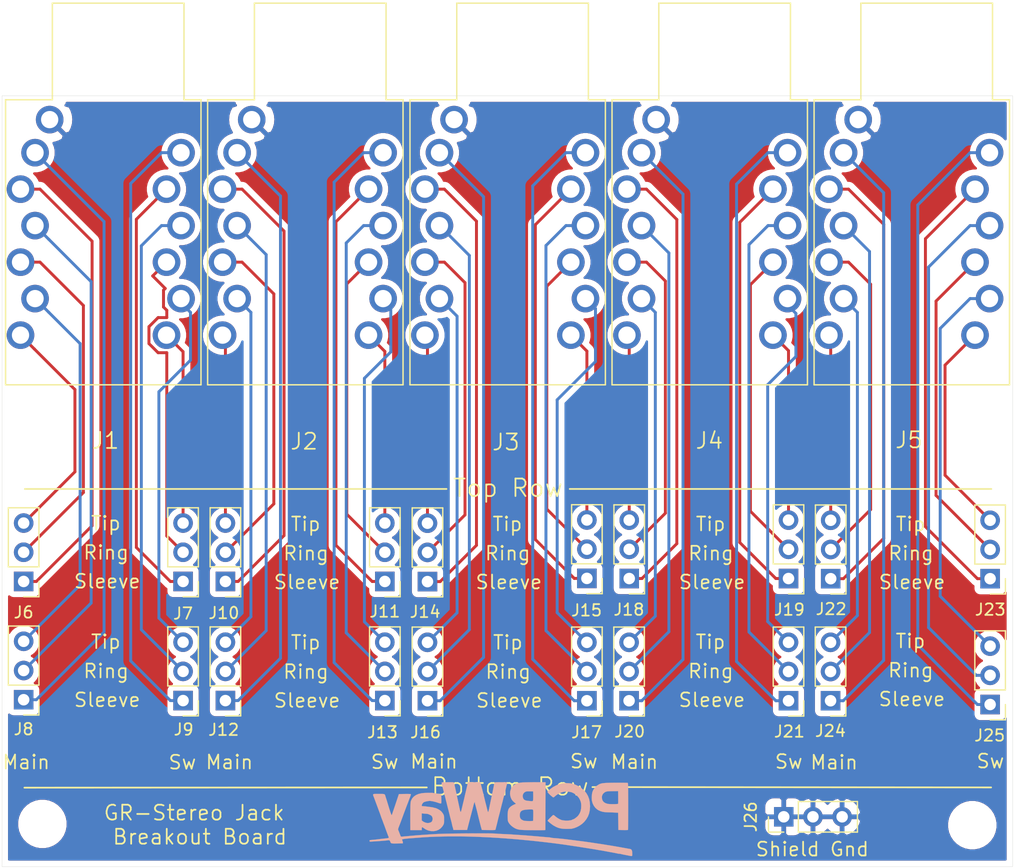
<source format=kicad_pcb>
(kicad_pcb (version 20171130) (host pcbnew "(5.1.2-1)-1")
  (layers (0 F.Cu signal) (31 B.Cu signal) (34 B.Paste user hide) (35 F.Paste user hide) (36 B.SilkS user) (37 F.SilkS user) (38 B.Mask user) (39 F.Mask user) (44 Edge.Cuts user))
  (net 0 "")
  (net 1 GNDREF)
  (net 2 /Sleeve_Top_1)
  (net 3 /Tip_Top_1)
  (net 4 /Ring_Top_1)
  (net 5 /Sleeve_Sw_Top_1)
  (net 6 /Tip_Sw_Top_1)
  (net 7 /Ring_Sw_Top_1)
  (net 8 /Tip_Bot_1)
  (net 9 /Ring_Bot_1)
  (net 10 /Sleeve_Bot_1)
  (net 11 /Tip_Sw_Bot_1)
  (net 12 /Ring_Sw_Bot_1)
  (net 13 /Sleeve_Sw_Bot_1)
  (net 14 /Sleeve_Sw_Bot_2)
  (net 15 /Ring_Sw_Bot_2)
  (net 16 /Tip_Sw_Bot_2)
  (net 17 /Sleeve_Bot_2)
  (net 18 /Ring_Bot_2)
  (net 19 /Tip_Bot_2)
  (net 20 /Ring_Sw_Top_2)
  (net 21 /Tip_Sw_Top_2)
  (net 22 /Sleeve_Sw_Top_2)
  (net 23 /Ring_Top_2)
  (net 24 /Tip_Top_2)
  (net 25 /Sleeve_Top_2)
  (net 26 /Sleeve_Top_3)
  (net 27 /Tip_Top_3)
  (net 28 /Ring_Top_3)
  (net 29 /Sleeve_Sw_Top_3)
  (net 30 /Tip_Sw_Top_3)
  (net 31 /Ring_Sw_Top_3)
  (net 32 /Tip_Bot_3)
  (net 33 /Ring_Bot_3)
  (net 34 /Sleeve_Bot_3)
  (net 35 /Tip_Sw_Bot_3)
  (net 36 /Ring_Sw_Bot_3)
  (net 37 /Sleeve_Sw_Bot_3)
  (net 38 /Sleeve_Top_4)
  (net 39 /Tip_Top_4)
  (net 40 /Ring_Top_4)
  (net 41 /Sleeve_Sw_Top_4)
  (net 42 /Tip_Sw_Top_4)
  (net 43 /Ring_Sw_Top_4)
  (net 44 /Tip_Bot_4)
  (net 45 /Ring_Bot_4)
  (net 46 /Sleeve_Bot_4)
  (net 47 /Tip_Sw_Bot_4)
  (net 48 /Ring_Sw_Bot_4)
  (net 49 /Sleeve_Sw_Bot_4)
  (net 50 /Sleeve_Sw_Bot_5)
  (net 51 /Ring_Sw_Bot_5)
  (net 52 /Tip_Sw_Bot_5)
  (net 53 /Sleeve_Bot_5)
  (net 54 /Ring_Bot_5)
  (net 55 /Tip_Bot_5)
  (net 56 /Ring_Sw_Top_5)
  (net 57 /Tip_Sw_Top_5)
  (net 58 /Sleeve_Sw_Top_5)
  (net 59 /Ring_Top_5)
  (net 60 /Tip_Top_5)
  (net 61 /Sleeve_Top_5)
  (module MountingHole:MountingHole_3.2mm_M3 (layer F.Cu) (at 184.4548 74.53376)
    (fp_text reference MH2 hide)
    (fp_text value MountingHole)
    (pad "" np_thru_hole circle (at -0.015 0.597) (size 3.2 3.2) (drill 3.2) (layers *.Cu *.Mask))
  )
  (module MountingHole:MountingHole_3.2mm_M3 (layer F.Cu) (at 185.4858 108.39704)
    (fp_text reference MH3 hide)
    (fp_text value MountingHole)
    (pad "" np_thru_hole circle (at -1.031 0) (size 3.2 3.2) (drill 3.2) (layers *.Cu *.Mask))
  )
  (module MountingHole:MountingHole_3.2mm_M3 (layer F.Cu) (at 104.65188 108.29036)
    (fp_text reference MH4 hide)
    (fp_text value MountingHole)
    (pad "" np_thru_hole circle (at -1.091 0) (size 3.2 3.2) (drill 3.2) (layers *.Cu *.Mask))
  )
  (module "_Custom_Footprints:pcb way logo" (layer B.Cu) (at 143.44396 108.54944 180)
    (fp_text reference G*** hide)
    (fp_text value LOGO hide)
  )
  (module MountingHole:MountingHole_3.2mm_M3 (layer F.Cu) (at 103.6066 75.057)
    (fp_text reference MH1 hide)
    (fp_text value MountingHole)
    (pad "" np_thru_hole circle (at -0.075 0.089) (size 3.2 3.2) (drill 3.2) (layers *.Cu *.Mask))
  )
  (module Phone_Stereo_Stacking_NSJ12HF-1 (layer F.Cu) (at 104.5972 53.1114 90)
    (fp_text reference J1 (at -21.83384 4.45008) (layer F.SilkS) (effects (font (size 1.4 1.4))))
    (fp_text value NSJ12HF-1)
    (pad S_TOP thru_hole circle (at 0.0395 -2.94 270) (size 2.4 2.4) (drill 1.5) (layers *.Cu *.Mask) (net 2 /Sleeve_Top_1))
    (pad T_TOP thru_hole circle (at -12.6605 -2.94 270) (size 2.4 2.4) (drill 1.5) (layers *.Cu *.Mask) (net 3 /Tip_Top_1))
    (pad R_TOP thru_hole circle (at -6.3105 -2.94 270) (size 2.4 2.4) (drill 1.5) (layers *.Cu *.Mask) (net 4 /Ring_Top_1))
    (pad S_SW_TOP thru_hole circle (at 0.0395 9.76 270) (size 2.4 2.4) (drill 1.5) (layers *.Cu *.Mask) (net 5 /Sleeve_Sw_Top_1))
    (pad T_SW_TOP thru_hole circle (at -12.6605 9.76 270) (size 2.4 2.4) (drill 1.5) (layers *.Cu *.Mask) (net 6 /Tip_Sw_Top_1))
    (pad R_SW_TOP thru_hole circle (at -6.3105 9.76 270) (size 2.4 2.4) (drill 1.5) (layers *.Cu *.Mask) (net 7 /Ring_Sw_Top_1))
    (pad T_BOT thru_hole circle (at -9.4805 -1.67375 270) (size 2.4 2.4) (drill 1.5) (layers *.Cu *.Mask) (net 8 /Tip_Bot_1))
    (pad R_BOT thru_hole circle (at -3.1305 -1.67375 270) (size 2.4 2.4) (drill 1.5) (layers *.Cu *.Mask) (net 9 /Ring_Bot_1))
    (pad S_BOT thru_hole circle (at 3.2135 -1.67375 270) (size 2.4 2.4) (drill 1.5) (layers *.Cu *.Mask) (net 10 /Sleeve_Bot_1))
    (pad T_SW_BOT thru_hole circle (at -9.4805 11.026 270) (size 2.4 2.4) (drill 1.5) (layers *.Cu *.Mask) (net 11 /Tip_Sw_Bot_1))
    (pad R_SW_BOT thru_hole circle (at -3.1305 11.026 270) (size 2.4 2.4) (drill 1.5) (layers *.Cu *.Mask) (net 12 /Ring_Sw_Bot_1))
    (pad S_SW_BOT thru_hole circle (at 3.2135 11.026 270) (size 2.4 2.4) (drill 1.5) (layers *.Cu *.Mask) (net 13 /Sleeve_Sw_Bot_1))
    (pad Shield thru_hole circle (at 6.09 -0.40375 270) (size 2.4 2.4) (drill 1.5) (layers *.Cu *.Mask) (net 1 GNDREF))
  )
  (module Phone_Stereo_Stacking_NSJ12HF-1 (layer F.Cu) (at 122.174 53.1114 90)
    (fp_text reference J2 (at -21.90496 4.15544) (layer F.SilkS) (effects (font (size 1.4 1.4))))
    (fp_text value NSJ12HF-1)
    (pad Shield thru_hole circle (at 6.09 -0.40375 270) (size 2.4 2.4) (drill 1.5) (layers *.Cu *.Mask) (net 1 GNDREF))
    (pad S_SW_BOT thru_hole circle (at 3.2135 11.026 270) (size 2.4 2.4) (drill 1.5) (layers *.Cu *.Mask) (net 14 /Sleeve_Sw_Bot_2))
    (pad R_SW_BOT thru_hole circle (at -3.1305 11.026 270) (size 2.4 2.4) (drill 1.5) (layers *.Cu *.Mask) (net 15 /Ring_Sw_Bot_2))
    (pad T_SW_BOT thru_hole circle (at -9.4805 11.026 270) (size 2.4 2.4) (drill 1.5) (layers *.Cu *.Mask) (net 16 /Tip_Sw_Bot_2))
    (pad S_BOT thru_hole circle (at 3.2135 -1.67375 270) (size 2.4 2.4) (drill 1.5) (layers *.Cu *.Mask) (net 17 /Sleeve_Bot_2))
    (pad R_BOT thru_hole circle (at -3.1305 -1.67375 270) (size 2.4 2.4) (drill 1.5) (layers *.Cu *.Mask) (net 18 /Ring_Bot_2))
    (pad T_BOT thru_hole circle (at -9.4805 -1.67375 270) (size 2.4 2.4) (drill 1.5) (layers *.Cu *.Mask) (net 19 /Tip_Bot_2))
    (pad R_SW_TOP thru_hole circle (at -6.3105 9.76 270) (size 2.4 2.4) (drill 1.5) (layers *.Cu *.Mask) (net 20 /Ring_Sw_Top_2))
    (pad T_SW_TOP thru_hole circle (at -12.6605 9.76 270) (size 2.4 2.4) (drill 1.5) (layers *.Cu *.Mask) (net 21 /Tip_Sw_Top_2))
    (pad S_SW_TOP thru_hole circle (at 0.0395 9.76 270) (size 2.4 2.4) (drill 1.5) (layers *.Cu *.Mask) (net 22 /Sleeve_Sw_Top_2))
    (pad R_TOP thru_hole circle (at -6.3105 -2.94 270) (size 2.4 2.4) (drill 1.5) (layers *.Cu *.Mask) (net 23 /Ring_Top_2))
    (pad T_TOP thru_hole circle (at -12.6605 -2.94 270) (size 2.4 2.4) (drill 1.5) (layers *.Cu *.Mask) (net 24 /Tip_Top_2))
    (pad S_TOP thru_hole circle (at 0.0395 -2.94 270) (size 2.4 2.4) (drill 1.5) (layers *.Cu *.Mask) (net 25 /Sleeve_Top_2))
  )
  (module Phone_Stereo_Stacking_NSJ12HF-1 (layer F.Cu) (at 139.7762 53.1114 90)
    (fp_text reference J3 (at -21.971 4.10972) (layer F.SilkS) (effects (font (size 1.4 1.4))))
    (fp_text value NSJ12HF-1)
    (pad S_TOP thru_hole circle (at 0.0395 -2.94 270) (size 2.4 2.4) (drill 1.5) (layers *.Cu *.Mask) (net 26 /Sleeve_Top_3))
    (pad T_TOP thru_hole circle (at -12.6605 -2.94 270) (size 2.4 2.4) (drill 1.5) (layers *.Cu *.Mask) (net 27 /Tip_Top_3))
    (pad R_TOP thru_hole circle (at -6.3105 -2.94 270) (size 2.4 2.4) (drill 1.5) (layers *.Cu *.Mask) (net 28 /Ring_Top_3))
    (pad S_SW_TOP thru_hole circle (at 0.0395 9.76 270) (size 2.4 2.4) (drill 1.5) (layers *.Cu *.Mask) (net 29 /Sleeve_Sw_Top_3))
    (pad T_SW_TOP thru_hole circle (at -12.6605 9.76 270) (size 2.4 2.4) (drill 1.5) (layers *.Cu *.Mask) (net 30 /Tip_Sw_Top_3))
    (pad R_SW_TOP thru_hole circle (at -6.3105 9.76 270) (size 2.4 2.4) (drill 1.5) (layers *.Cu *.Mask) (net 31 /Ring_Sw_Top_3))
    (pad T_BOT thru_hole circle (at -9.4805 -1.67375 270) (size 2.4 2.4) (drill 1.5) (layers *.Cu *.Mask) (net 32 /Tip_Bot_3))
    (pad R_BOT thru_hole circle (at -3.1305 -1.67375 270) (size 2.4 2.4) (drill 1.5) (layers *.Cu *.Mask) (net 33 /Ring_Bot_3))
    (pad S_BOT thru_hole circle (at 3.2135 -1.67375 270) (size 2.4 2.4) (drill 1.5) (layers *.Cu *.Mask) (net 34 /Sleeve_Bot_3))
    (pad T_SW_BOT thru_hole circle (at -9.4805 11.026 270) (size 2.4 2.4) (drill 1.5) (layers *.Cu *.Mask) (net 35 /Tip_Sw_Bot_3))
    (pad R_SW_BOT thru_hole circle (at -3.1305 11.026 270) (size 2.4 2.4) (drill 1.5) (layers *.Cu *.Mask) (net 36 /Ring_Sw_Bot_3))
    (pad S_SW_BOT thru_hole circle (at 3.2135 11.026 270) (size 2.4 2.4) (drill 1.5) (layers *.Cu *.Mask) (net 37 /Sleeve_Sw_Bot_3))
    (pad Shield thru_hole circle (at 6.09 -0.40375 270) (size 2.4 2.4) (drill 1.5) (layers *.Cu *.Mask) (net 1 GNDREF))
  )
  (module Phone_Stereo_Stacking_NSJ12HF-1 (layer F.Cu) (at 157.353 53.1114 90)
    (fp_text reference J4 (at -21.83384 4.22656) (layer F.SilkS) (effects (font (size 1.4 1.4))))
    (fp_text value NSJ12HF-1)
    (pad S_TOP thru_hole circle (at 0.0395 -2.94 270) (size 2.4 2.4) (drill 1.5) (layers *.Cu *.Mask) (net 38 /Sleeve_Top_4))
    (pad T_TOP thru_hole circle (at -12.6605 -2.94 270) (size 2.4 2.4) (drill 1.5) (layers *.Cu *.Mask) (net 39 /Tip_Top_4))
    (pad R_TOP thru_hole circle (at -6.3105 -2.94 270) (size 2.4 2.4) (drill 1.5) (layers *.Cu *.Mask) (net 40 /Ring_Top_4))
    (pad S_SW_TOP thru_hole circle (at 0.0395 9.76 270) (size 2.4 2.4) (drill 1.5) (layers *.Cu *.Mask) (net 41 /Sleeve_Sw_Top_4))
    (pad T_SW_TOP thru_hole circle (at -12.6605 9.76 270) (size 2.4 2.4) (drill 1.5) (layers *.Cu *.Mask) (net 42 /Tip_Sw_Top_4))
    (pad R_SW_TOP thru_hole circle (at -6.3105 9.76 270) (size 2.4 2.4) (drill 1.5) (layers *.Cu *.Mask) (net 43 /Ring_Sw_Top_4))
    (pad T_BOT thru_hole circle (at -9.4805 -1.67375 270) (size 2.4 2.4) (drill 1.5) (layers *.Cu *.Mask) (net 44 /Tip_Bot_4))
    (pad R_BOT thru_hole circle (at -3.1305 -1.67375 270) (size 2.4 2.4) (drill 1.5) (layers *.Cu *.Mask) (net 45 /Ring_Bot_4))
    (pad S_BOT thru_hole circle (at 3.2135 -1.67375 270) (size 2.4 2.4) (drill 1.5) (layers *.Cu *.Mask) (net 46 /Sleeve_Bot_4))
    (pad T_SW_BOT thru_hole circle (at -9.4805 11.026 270) (size 2.4 2.4) (drill 1.5) (layers *.Cu *.Mask) (net 47 /Tip_Sw_Bot_4))
    (pad R_SW_BOT thru_hole circle (at -3.1305 11.026 270) (size 2.4 2.4) (drill 1.5) (layers *.Cu *.Mask) (net 48 /Ring_Sw_Bot_4))
    (pad S_SW_BOT thru_hole circle (at 3.2135 11.026 270) (size 2.4 2.4) (drill 1.5) (layers *.Cu *.Mask) (net 49 /Sleeve_Sw_Bot_4))
    (pad Shield thru_hole circle (at 6.09 -0.40375 270) (size 2.4 2.4) (drill 1.5) (layers *.Cu *.Mask) (net 1 GNDREF))
  )
  (module Phone_Stereo_Stacking_NSJ12HF-1 (layer F.Cu) (at 174.9298 53.1114 90)
    (fp_text reference J5 (at -21.78304 4.01828) (layer F.SilkS) (effects (font (size 1.4 1.4))))
    (fp_text value NSJ12HF-1)
    (pad Shield thru_hole circle (at 6.09 -0.40375 270) (size 2.4 2.4) (drill 1.5) (layers *.Cu *.Mask) (net 1 GNDREF))
    (pad S_SW_BOT thru_hole circle (at 3.2135 11.026 270) (size 2.4 2.4) (drill 1.5) (layers *.Cu *.Mask) (net 50 /Sleeve_Sw_Bot_5))
    (pad R_SW_BOT thru_hole circle (at -3.1305 11.026 270) (size 2.4 2.4) (drill 1.5) (layers *.Cu *.Mask) (net 51 /Ring_Sw_Bot_5))
    (pad T_SW_BOT thru_hole circle (at -9.4805 11.026 270) (size 2.4 2.4) (drill 1.5) (layers *.Cu *.Mask) (net 52 /Tip_Sw_Bot_5))
    (pad S_BOT thru_hole circle (at 3.2135 -1.67375 270) (size 2.4 2.4) (drill 1.5) (layers *.Cu *.Mask) (net 53 /Sleeve_Bot_5))
    (pad R_BOT thru_hole circle (at -3.1305 -1.67375 270) (size 2.4 2.4) (drill 1.5) (layers *.Cu *.Mask) (net 54 /Ring_Bot_5))
    (pad T_BOT thru_hole circle (at -9.4805 -1.67375 270) (size 2.4 2.4) (drill 1.5) (layers *.Cu *.Mask) (net 55 /Tip_Bot_5))
    (pad R_SW_TOP thru_hole circle (at -6.3105 9.76 270) (size 2.4 2.4) (drill 1.5) (layers *.Cu *.Mask) (net 56 /Ring_Sw_Top_5))
    (pad T_SW_TOP thru_hole circle (at -12.6605 9.76 270) (size 2.4 2.4) (drill 1.5) (layers *.Cu *.Mask) (net 57 /Tip_Sw_Top_5))
    (pad S_SW_TOP thru_hole circle (at 0.0395 9.76 270) (size 2.4 2.4) (drill 1.5) (layers *.Cu *.Mask) (net 58 /Sleeve_Sw_Top_5))
    (pad R_TOP thru_hole circle (at -6.3105 -2.94 270) (size 2.4 2.4) (drill 1.5) (layers *.Cu *.Mask) (net 59 /Ring_Top_5))
    (pad T_TOP thru_hole circle (at -12.6605 -2.94 270) (size 2.4 2.4) (drill 1.5) (layers *.Cu *.Mask) (net 60 /Tip_Top_5))
    (pad S_TOP thru_hole circle (at 0.0395 -2.94 270) (size 2.4 2.4) (drill 1.5) (layers *.Cu *.Mask) (net 61 /Sleeve_Top_5))
  )
  (module Connector_PinHeader_2.54mm:PinHeader_1x03_P2.54mm_Vertical (layer F.Cu) (at 101.9302 87.1982 180)
    (fp_text reference J6 (at 0 -2.6924) (layer F.SilkS))
    (fp_text value Conn_01x03)
    (pad 1 thru_hole rect (at 0 0 180) (size 1.7 1.7) (drill 1) (layers *.Cu *.Mask) (net 2 /Sleeve_Top_1))
    (pad 2 thru_hole oval (at 0 2.54 180) (size 1.7 1.7) (drill 1) (layers *.Cu *.Mask) (net 4 /Ring_Top_1))
    (pad 3 thru_hole oval (at 0 5.08 180) (size 1.7 1.7) (drill 1) (layers *.Cu *.Mask) (net 3 /Tip_Top_1))
  )
  (module Connector_PinHeader_2.54mm:PinHeader_1x03_P2.54mm_Vertical (layer F.Cu) (at 115.7986 87.1982 180)
    (fp_text reference J7 (at 0 -2.794) (layer F.SilkS))
    (fp_text value Conn_01x03)
    (pad 3 thru_hole oval (at 0 5.08 180) (size 1.7 1.7) (drill 1) (layers *.Cu *.Mask) (net 6 /Tip_Sw_Top_1))
    (pad 2 thru_hole oval (at 0 2.54 180) (size 1.7 1.7) (drill 1) (layers *.Cu *.Mask) (net 7 /Ring_Sw_Top_1))
    (pad 1 thru_hole rect (at 0 0 180) (size 1.7 1.7) (drill 1) (layers *.Cu *.Mask) (net 5 /Sleeve_Sw_Top_1))
  )
  (module Connector_PinHeader_2.54mm:PinHeader_1x03_P2.54mm_Vertical (layer F.Cu) (at 101.9302 97.4852 180)
    (fp_text reference J8 (at 0 -2.5654) (layer F.SilkS))
    (fp_text value Conn_01x03)
    (pad 1 thru_hole rect (at 0 0 180) (size 1.7 1.7) (drill 1) (layers *.Cu *.Mask) (net 10 /Sleeve_Bot_1))
    (pad 2 thru_hole oval (at 0 2.54 180) (size 1.7 1.7) (drill 1) (layers *.Cu *.Mask) (net 9 /Ring_Bot_1))
    (pad 3 thru_hole oval (at 0 5.08 180) (size 1.7 1.7) (drill 1) (layers *.Cu *.Mask) (net 8 /Tip_Bot_1))
  )
  (module Connector_PinHeader_2.54mm:PinHeader_1x03_P2.54mm_Vertical (layer F.Cu) (at 115.7986 97.5614 180)
    (fp_text reference J9 (at -0.0508 -2.5146) (layer F.SilkS))
    (fp_text value Conn_01x03)
    (pad 3 thru_hole oval (at 0 5.08 180) (size 1.7 1.7) (drill 1) (layers *.Cu *.Mask) (net 11 /Tip_Sw_Bot_1))
    (pad 2 thru_hole oval (at 0 2.54 180) (size 1.7 1.7) (drill 1) (layers *.Cu *.Mask) (net 12 /Ring_Sw_Bot_1))
    (pad 1 thru_hole rect (at 0 0 180) (size 1.7 1.7) (drill 1) (layers *.Cu *.Mask) (net 13 /Sleeve_Sw_Bot_1))
  )
  (module Connector_PinHeader_2.54mm:PinHeader_1x03_P2.54mm_Vertical (layer F.Cu) (at 119.4816 87.1982 180)
    (fp_text reference J10 (at 0.127 -2.7432) (layer F.SilkS))
    (fp_text value Conn_01x03)
    (pad 1 thru_hole rect (at 0 0 180) (size 1.7 1.7) (drill 1) (layers *.Cu *.Mask) (net 25 /Sleeve_Top_2))
    (pad 2 thru_hole oval (at 0 2.54 180) (size 1.7 1.7) (drill 1) (layers *.Cu *.Mask) (net 23 /Ring_Top_2))
    (pad 3 thru_hole oval (at 0 5.08 180) (size 1.7 1.7) (drill 1) (layers *.Cu *.Mask) (net 24 /Tip_Top_2))
  )
  (module Connector_PinHeader_2.54mm:PinHeader_1x03_P2.54mm_Vertical (layer F.Cu) (at 133.35 87.1982 180)
    (fp_text reference J11 (at 0 -2.6162) (layer F.SilkS))
    (fp_text value Conn_01x03)
    (pad 3 thru_hole oval (at 0 5.08 180) (size 1.7 1.7) (drill 1) (layers *.Cu *.Mask) (net 21 /Tip_Sw_Top_2))
    (pad 2 thru_hole oval (at 0 2.54 180) (size 1.7 1.7) (drill 1) (layers *.Cu *.Mask) (net 20 /Ring_Sw_Top_2))
    (pad 1 thru_hole rect (at 0 0 180) (size 1.7 1.7) (drill 1) (layers *.Cu *.Mask) (net 22 /Sleeve_Sw_Top_2))
  )
  (module Connector_PinHeader_2.54mm:PinHeader_1x03_P2.54mm_Vertical (layer F.Cu) (at 119.4816 97.5614 180)
    (fp_text reference J12 (at 0.1524 -2.54) (layer F.SilkS))
    (fp_text value Conn_01x03)
    (pad 1 thru_hole rect (at 0 0 180) (size 1.7 1.7) (drill 1) (layers *.Cu *.Mask) (net 17 /Sleeve_Bot_2))
    (pad 2 thru_hole oval (at 0 2.54 180) (size 1.7 1.7) (drill 1) (layers *.Cu *.Mask) (net 18 /Ring_Bot_2))
    (pad 3 thru_hole oval (at 0 5.08 180) (size 1.7 1.7) (drill 1) (layers *.Cu *.Mask) (net 19 /Tip_Bot_2))
  )
  (module Connector_PinHeader_2.54mm:PinHeader_1x03_P2.54mm_Vertical (layer F.Cu) (at 133.35 97.5614 180)
    (fp_text reference J13 (at 0.2032 -2.7559) (layer F.SilkS))
    (fp_text value Conn_01x03)
    (pad 3 thru_hole oval (at 0 5.08 180) (size 1.7 1.7) (drill 1) (layers *.Cu *.Mask) (net 16 /Tip_Sw_Bot_2))
    (pad 2 thru_hole oval (at 0 2.54 180) (size 1.7 1.7) (drill 1) (layers *.Cu *.Mask) (net 15 /Ring_Sw_Bot_2))
    (pad 1 thru_hole rect (at 0 0 180) (size 1.7 1.7) (drill 1) (layers *.Cu *.Mask) (net 14 /Sleeve_Sw_Bot_2))
  )
  (module Connector_PinHeader_2.54mm:PinHeader_1x03_P2.54mm_Vertical (layer F.Cu) (at 137.0584 87.2109 180)
    (fp_text reference J14 (at 0.2032 -2.6289) (layer F.SilkS))
    (fp_text value Conn_01x03)
    (pad 1 thru_hole rect (at 0 0 180) (size 1.7 1.7) (drill 1) (layers *.Cu *.Mask) (net 26 /Sleeve_Top_3))
    (pad 2 thru_hole oval (at 0 2.54 180) (size 1.7 1.7) (drill 1) (layers *.Cu *.Mask) (net 28 /Ring_Top_3))
    (pad 3 thru_hole oval (at 0 5.08 180) (size 1.7 1.7) (drill 1) (layers *.Cu *.Mask) (net 27 /Tip_Top_3))
  )
  (module Connector_PinHeader_2.54mm:PinHeader_1x03_P2.54mm_Vertical (layer F.Cu) (at 150.9268 86.9315 180)
    (fp_text reference J15 (at 0.0254 -2.7813) (layer F.SilkS))
    (fp_text value Conn_01x03)
    (pad 3 thru_hole oval (at 0 5.08 180) (size 1.7 1.7) (drill 1) (layers *.Cu *.Mask) (net 30 /Tip_Sw_Top_3))
    (pad 2 thru_hole oval (at 0 2.54 180) (size 1.7 1.7) (drill 1) (layers *.Cu *.Mask) (net 31 /Ring_Sw_Top_3))
    (pad 1 thru_hole rect (at 0 0 180) (size 1.7 1.7) (drill 1) (layers *.Cu *.Mask) (net 29 /Sleeve_Sw_Top_3))
  )
  (module Connector_PinHeader_2.54mm:PinHeader_1x03_P2.54mm_Vertical (layer F.Cu) (at 137.0584 97.5741 180)
    (fp_text reference J16 (at 0.1651 -2.7432) (layer F.SilkS))
    (fp_text value Conn_01x03)
    (pad 1 thru_hole rect (at 0 0 180) (size 1.7 1.7) (drill 1) (layers *.Cu *.Mask) (net 34 /Sleeve_Bot_3))
    (pad 2 thru_hole oval (at 0 2.54 180) (size 1.7 1.7) (drill 1) (layers *.Cu *.Mask) (net 33 /Ring_Bot_3))
    (pad 3 thru_hole oval (at 0 5.08 180) (size 1.7 1.7) (drill 1) (layers *.Cu *.Mask) (net 32 /Tip_Bot_3))
  )
  (module Connector_PinHeader_2.54mm:PinHeader_1x03_P2.54mm_Vertical (layer F.Cu) (at 150.9268 97.5741 180)
    (fp_text reference J17 (at 0.0254 -2.7432) (layer F.SilkS))
    (fp_text value Conn_01x03)
    (pad 3 thru_hole oval (at 0 5.08 180) (size 1.7 1.7) (drill 1) (layers *.Cu *.Mask) (net 35 /Tip_Sw_Bot_3))
    (pad 2 thru_hole oval (at 0 2.54 180) (size 1.7 1.7) (drill 1) (layers *.Cu *.Mask) (net 36 /Ring_Sw_Bot_3))
    (pad 1 thru_hole rect (at 0 0 180) (size 1.7 1.7) (drill 1) (layers *.Cu *.Mask) (net 37 /Sleeve_Sw_Bot_3))
  )
  (module Connector_PinHeader_2.54mm:PinHeader_1x03_P2.54mm_Vertical (layer F.Cu) (at 154.6098 86.9442 180)
    (fp_text reference J18 (at 0.0254 -2.7051) (layer F.SilkS))
    (fp_text value Conn_01x03)
    (pad 1 thru_hole rect (at 0 0 180) (size 1.7 1.7) (drill 1) (layers *.Cu *.Mask) (net 38 /Sleeve_Top_4))
    (pad 2 thru_hole oval (at 0 2.54 180) (size 1.7 1.7) (drill 1) (layers *.Cu *.Mask) (net 40 /Ring_Top_4))
    (pad 3 thru_hole oval (at 0 5.08 180) (size 1.7 1.7) (drill 1) (layers *.Cu *.Mask) (net 39 /Tip_Top_4))
  )
  (module Connector_PinHeader_2.54mm:PinHeader_1x03_P2.54mm_Vertical (layer F.Cu) (at 168.4655 86.9442 180)
    (fp_text reference J19 (at -0.0762 -2.7051) (layer F.SilkS))
    (fp_text value Conn_01x03)
    (pad 3 thru_hole oval (at 0 5.08 180) (size 1.7 1.7) (drill 1) (layers *.Cu *.Mask) (net 42 /Tip_Sw_Top_4))
    (pad 2 thru_hole oval (at 0 2.54 180) (size 1.7 1.7) (drill 1) (layers *.Cu *.Mask) (net 43 /Ring_Sw_Top_4))
    (pad 1 thru_hole rect (at 0 0 180) (size 1.7 1.7) (drill 1) (layers *.Cu *.Mask) (net 41 /Sleeve_Sw_Top_4))
  )
  (module Connector_PinHeader_2.54mm:PinHeader_1x03_P2.54mm_Vertical (layer F.Cu) (at 154.5971 97.5741 180)
    (fp_text reference J20 (at -0.0508 -2.6797) (layer F.SilkS))
    (fp_text value Conn_01x03)
    (pad 1 thru_hole rect (at 0 0 180) (size 1.7 1.7) (drill 1) (layers *.Cu *.Mask) (net 46 /Sleeve_Bot_4))
    (pad 2 thru_hole oval (at 0 2.54 180) (size 1.7 1.7) (drill 1) (layers *.Cu *.Mask) (net 45 /Ring_Bot_4))
    (pad 3 thru_hole oval (at 0 5.08 180) (size 1.7 1.7) (drill 1) (layers *.Cu *.Mask) (net 44 /Tip_Bot_4))
  )
  (module Connector_PinHeader_2.54mm:PinHeader_1x03_P2.54mm_Vertical (layer F.Cu) (at 168.4655 97.5741 180)
    (fp_text reference J21 (at -0.0762 -2.6797) (layer F.SilkS))
    (fp_text value Conn_01x03)
    (pad 3 thru_hole oval (at 0 5.08 180) (size 1.7 1.7) (drill 1) (layers *.Cu *.Mask) (net 47 /Tip_Sw_Bot_4))
    (pad 2 thru_hole oval (at 0 2.54 180) (size 1.7 1.7) (drill 1) (layers *.Cu *.Mask) (net 48 /Ring_Sw_Bot_4))
    (pad 1 thru_hole rect (at 0 0 180) (size 1.7 1.7) (drill 1) (layers *.Cu *.Mask) (net 49 /Sleeve_Sw_Bot_4))
  )
  (module Connector_PinHeader_2.54mm:PinHeader_1x03_P2.54mm_Vertical (layer F.Cu) (at 172.1358 86.9569 180)
    (fp_text reference J22 (at -0.0381 -2.6416) (layer F.SilkS))
    (fp_text value Conn_01x03)
    (pad 1 thru_hole rect (at 0 0 180) (size 1.7 1.7) (drill 1) (layers *.Cu *.Mask) (net 61 /Sleeve_Top_5))
    (pad 2 thru_hole oval (at 0 2.54 180) (size 1.7 1.7) (drill 1) (layers *.Cu *.Mask) (net 59 /Ring_Top_5))
    (pad 3 thru_hole oval (at 0 5.08 180) (size 1.7 1.7) (drill 1) (layers *.Cu *.Mask) (net 60 /Tip_Top_5))
  )
  (module Connector_PinHeader_2.54mm:PinHeader_1x03_P2.54mm_Vertical (layer F.Cu) (at 186.0042 86.9569 180)
    (fp_text reference J23 (at -0.0127 -2.6924) (layer F.SilkS))
    (fp_text value Conn_01x03)
    (pad 3 thru_hole oval (at 0 5.08 180) (size 1.7 1.7) (drill 1) (layers *.Cu *.Mask) (net 57 /Tip_Sw_Top_5))
    (pad 2 thru_hole oval (at 0 2.54 180) (size 1.7 1.7) (drill 1) (layers *.Cu *.Mask) (net 56 /Ring_Sw_Top_5))
    (pad 1 thru_hole rect (at 0 0 180) (size 1.7 1.7) (drill 1) (layers *.Cu *.Mask) (net 58 /Sleeve_Sw_Top_5))
  )
  (module Connector_PinHeader_2.54mm:PinHeader_1x03_P2.54mm_Vertical (layer F.Cu) (at 172.1231 97.5741 180)
    (fp_text reference J24 (at 0.0127 -2.6289) (layer F.SilkS))
    (fp_text value Conn_01x03)
    (pad 1 thru_hole rect (at 0 0 180) (size 1.7 1.7) (drill 1) (layers *.Cu *.Mask) (net 53 /Sleeve_Bot_5))
    (pad 2 thru_hole oval (at 0 2.54 180) (size 1.7 1.7) (drill 1) (layers *.Cu *.Mask) (net 54 /Ring_Bot_5))
    (pad 3 thru_hole oval (at 0 5.08 180) (size 1.7 1.7) (drill 1) (layers *.Cu *.Mask) (net 55 /Tip_Bot_5))
  )
  (module Connector_PinHeader_2.54mm:PinHeader_1x03_P2.54mm_Vertical (layer F.Cu) (at 186.0042 97.9043 180)
    (fp_text reference J25 (at 0.0381 -2.6924) (layer F.SilkS))
    (fp_text value Conn_01x03)
    (pad 3 thru_hole oval (at 0 5.08 180) (size 1.7 1.7) (drill 1) (layers *.Cu *.Mask) (net 52 /Tip_Sw_Bot_5))
    (pad 2 thru_hole oval (at 0 2.54 180) (size 1.7 1.7) (drill 1) (layers *.Cu *.Mask) (net 51 /Ring_Sw_Bot_5))
    (pad 1 thru_hole rect (at 0 0 180) (size 1.7 1.7) (drill 1) (layers *.Cu *.Mask) (net 50 /Sleeve_Sw_Bot_5))
  )
  (module Connector_PinHeader_2.54mm:PinHeader_1x03_P2.54mm_Vertical (layer F.Cu) (at 168.05148 107.6706 90)
    (fp_text reference J26 (at 0 -2.8702 90) (layer F.SilkS))
    (fp_text value Conn_01x03)
    (pad 1 thru_hole rect (at 0 0 90) (size 1.7 1.7) (drill 1) (layers *.Cu *.Mask) (net 1 GNDREF))
    (pad 2 thru_hole oval (at 0 2.54 90) (size 1.7 1.7) (drill 1) (layers *.Cu *.Mask) (net 1 GNDREF))
    (pad 3 thru_hole oval (at 0 5.08 90) (size 1.7 1.7) (drill 1) (layers *.Cu *.Mask) (net 1 GNDREF))
  )
  (gr_text "Shield Gnd" (at 170.5356 110.49) (layer F.SilkS) (effects (font (size 1.2 1.2))))
  (gr_line (start 186.09056 105.11536) (end 151.4094 105.08488) (layer F.SilkS) (width 0.15))
  (gr_line (start 136.99744 105.11536) (end 101.99624 105.13568) (layer F.SilkS) (width 0.15))
  (gr_line (start 186.11088 79.15148) (end 149.43328 79.15148) (layer F.SilkS) (width 0.15))
  (gr_line (start 138.71448 79.15148) (end 102.03688 79.15148) (layer F.SilkS) (width 0.15))
  (gr_text Sleeve (at 179.197 97.4344) (layer F.SilkS) (effects (font (size 1.2 1.2))))
  (gr_text "Ring\n" (at 179.10048 94.92996) (layer F.SilkS) (effects (font (size 1.2 1.2))))
  (gr_text "Tip\n" (at 179.07508 92.38488) (layer F.SilkS) (effects (font (size 1.2 1.2))))
  (gr_text "Tip\n" (at 161.67608 92.456) (layer F.SilkS) (effects (font (size 1.2 1.2))))
  (gr_text Sleeve (at 161.798 97.50552) (layer F.SilkS) (effects (font (size 1.2 1.2))))
  (gr_text "Ring\n" (at 161.70148 95.00108) (layer F.SilkS) (effects (font (size 1.2 1.2))))
  (gr_text "Ring\n" (at 144.07896 95.05188) (layer F.SilkS) (effects (font (size 1.2 1.2))))
  (gr_text Sleeve (at 144.17548 97.55632) (layer F.SilkS) (effects (font (size 1.2 1.2))))
  (gr_text "Tip\n" (at 144.05356 92.5068) (layer F.SilkS) (effects (font (size 1.2 1.2))))
  (gr_text "Ring\n" (at 126.48692 95.05188) (layer F.SilkS) (effects (font (size 1.2 1.2))))
  (gr_text "Tip\n" (at 126.46152 92.5068) (layer F.SilkS) (effects (font (size 1.2 1.2))))
  (gr_text Sleeve (at 126.58344 97.55632) (layer F.SilkS) (effects (font (size 1.2 1.2))))
  (gr_text Sleeve (at 109.19968 97.50044) (layer F.SilkS) (effects (font (size 1.2 1.2))))
  (gr_text "Ring\n" (at 109.10316 94.996) (layer F.SilkS) (effects (font (size 1.2 1.2))))
  (gr_text "Tip\n" (at 109.07776 92.45092) (layer F.SilkS) (effects (font (size 1.2 1.2))))
  (gr_text Sleeve (at 179.21224 87.25408) (layer F.SilkS) (effects (font (size 1.2 1.2))))
  (gr_text "Tip\n" (at 179.09032 82.20456) (layer F.SilkS) (effects (font (size 1.2 1.2))))
  (gr_text "Ring\n" (at 179.11572 84.74964) (layer F.SilkS) (effects (font (size 1.2 1.2))))
  (gr_text Sleeve (at 161.81324 87.25408) (layer F.SilkS) (effects (font (size 1.2 1.2))))
  (gr_text "Tip\n" (at 161.69132 82.20456) (layer F.SilkS) (effects (font (size 1.2 1.2))))
  (gr_text "Ring\n" (at 161.71672 84.74964) (layer F.SilkS) (effects (font (size 1.2 1.2))))
  (gr_text "Ring\n" (at 144.03832 84.74964) (layer F.SilkS) (effects (font (size 1.2 1.2))))
  (gr_text Sleeve (at 144.13484 87.25408) (layer F.SilkS) (effects (font (size 1.2 1.2))))
  (gr_text "Tip\n" (at 144.01292 82.20456) (layer F.SilkS) (effects (font (size 1.2 1.2))))
  (gr_text Sleeve (at 126.58344 87.25408) (layer F.SilkS) (effects (font (size 1.2 1.2))))
  (gr_text "Ring\n" (at 126.48692 84.74964) (layer F.SilkS) (effects (font (size 1.2 1.2))))
  (gr_text "Tip\n" (at 126.46152 82.20456) (layer F.SilkS) (effects (font (size 1.2 1.2))))
  (gr_text Sleeve (at 109.19968 87.18804) (layer F.SilkS) (effects (font (size 1.2 1.2))))
  (gr_text "Ring\n" (at 109.10316 84.6836) (layer F.SilkS) (effects (font (size 1.2 1.2))))
  (gr_text "Tip\n" (at 109.07776 82.13852) (layer F.SilkS) (effects (font (size 1.2 1.2))))
  (gr_text Main (at 172.43044 102.93096) (layer F.SilkS) (effects (font (size 1.2 1.2))))
  (gr_text "Sw\n" (at 186.0296 102.82936) (layer F.SilkS) (effects (font (size 1.2 1.2))))
  (gr_text Main (at 155.06192 102.89032) (layer F.SilkS) (effects (font (size 1.2 1.2))))
  (gr_text "Sw\n" (at 168.48836 102.87) (layer F.SilkS) (effects (font (size 1.2 1.2))))
  (gr_text Main (at 137.62228 102.85984) (layer F.SilkS) (effects (font (size 1.2 1.2))))
  (gr_text "Sw\n" (at 150.66264 102.83952) (layer F.SilkS) (effects (font (size 1.2 1.2))))
  (gr_text "Sw\n" (at 133.33984 102.89032) (layer F.SilkS) (effects (font (size 1.2 1.2))))
  (gr_text Main (at 119.82704 102.91572) (layer F.SilkS) (effects (font (size 1.2 1.2))))
  (gr_text Main (at 102.14864 102.91572) (layer F.SilkS) (effects (font (size 1.2 1.2))))
  (gr_text "Bottom Row" (at 144.23644 105.04932) (layer F.SilkS) (effects (font (size 1.524 1.524))))
  (gr_text "Sw\n" (at 115.73764 102.93096) (layer F.SilkS) (effects (font (size 1.2 1.2))))
  (gr_text "Top Row" (at 144.05864 79.0702) (layer F.SilkS) (effects (font (size 1.524 1.524))))
  (gr_text "GR-Stereo Jack \nBreakout Board" (at 117.25656 108.37164) (layer F.SilkS) (effects (font (size 1.3 1.3))))
  (gr_line (start 100.05 112) (end 100.05 44.958) (layer Edge.Cuts) (width 0.0254))
  (gr_line (start 187.96 112) (end 100.05 112) (layer Edge.Cuts) (width 0.0254))
  (gr_line (start 187.96 44.958) (end 187.96 112) (layer Edge.Cuts) (width 0.0254))
  (gr_line (start 100.05 44.958) (end 187.96 44.958) (layer Edge.Cuts) (width 0.0254))
  (segment (start 103.354256 53.0719) (end 101.6572 53.0719) (width 0.254) (layer F.Cu) (net 2))
  (segment (start 107.88396 57.601604) (end 103.354256 53.0719) (width 0.254) (layer F.Cu) (net 2))
  (segment (start 103.0342 87.1982) (end 107.88396 82.34844) (width 0.254) (layer F.Cu) (net 2))
  (segment (start 107.88396 82.34844) (end 107.88396 57.601604) (width 0.254) (layer F.Cu) (net 2))
  (segment (start 101.9302 87.1982) (end 103.0342 87.1982) (width 0.254) (layer F.Cu) (net 2))
  (segment (start 102.857199 66.971899) (end 101.6572 65.7719) (width 0.254) (layer F.Cu) (net 3))
  (segment (start 106.39044 70.50514) (end 102.857199 66.971899) (width 0.254) (layer F.Cu) (net 3))
  (segment (start 106.39044 77.65796) (end 106.39044 70.50514) (width 0.254) (layer F.Cu) (net 3))
  (segment (start 101.9302 82.1182) (end 106.39044 77.65796) (width 0.254) (layer F.Cu) (net 3))
  (segment (start 103.354256 59.4219) (end 101.6572 59.4219) (width 0.254) (layer F.Cu) (net 4))
  (segment (start 107.12704 63.194684) (end 103.354256 59.4219) (width 0.254) (layer F.Cu) (net 4))
  (segment (start 107.12704 79.46136) (end 107.12704 63.194684) (width 0.254) (layer F.Cu) (net 4))
  (segment (start 101.9302 84.6582) (end 107.12704 79.46136) (width 0.254) (layer F.Cu) (net 4))
  (segment (start 113.157201 54.271899) (end 114.3572 53.0719) (width 0.254) (layer F.Cu) (net 5))
  (segment (start 111.7346 55.6945) (end 113.157201 54.271899) (width 0.254) (layer F.Cu) (net 5))
  (segment (start 111.7346 84.2382) (end 111.7346 55.6945) (width 0.254) (layer F.Cu) (net 5))
  (segment (start 114.6946 87.1982) (end 111.7346 84.2382) (width 0.254) (layer F.Cu) (net 5))
  (segment (start 115.7986 87.1982) (end 114.6946 87.1982) (width 0.254) (layer F.Cu) (net 5))
  (segment (start 115.7986 67.2133) (end 114.3572 65.7719) (width 0.254) (layer F.Cu) (net 6))
  (segment (start 115.7986 82.1182) (end 115.7986 67.2133) (width 0.254) (layer F.Cu) (net 6))
  (segment (start 113.157201 60.621899) (end 114.3572 59.4219) (width 0.254) (layer F.Cu) (net 7))
  (segment (start 114.24522 61.709918) (end 113.157201 60.621899) (width 0.254) (layer F.Cu) (net 7))
  (segment (start 114.096199 63.324861) (end 114.096199 61.858939) (width 0.254) (layer F.Cu) (net 7))
  (segment (start 114.38128 63.609942) (end 114.096199 63.324861) (width 0.254) (layer F.Cu) (net 7))
  (segment (start 112.830199 65.038939) (end 113.624239 64.244899) (width 0.254) (layer F.Cu) (net 7))
  (segment (start 115.7986 84.6582) (end 114.38128 83.24088) (width 0.254) (layer F.Cu) (net 7))
  (segment (start 112.830199 66.504861) (end 112.830199 65.038939) (width 0.254) (layer F.Cu) (net 7))
  (segment (start 113.624239 67.298901) (end 112.830199 66.504861) (width 0.254) (layer F.Cu) (net 7))
  (segment (start 114.38128 64.244899) (end 114.38128 63.609942) (width 0.254) (layer F.Cu) (net 7))
  (segment (start 114.38128 83.24088) (end 114.38128 67.298901) (width 0.254) (layer F.Cu) (net 7))
  (segment (start 114.096199 61.858939) (end 114.24522 61.709918) (width 0.254) (layer F.Cu) (net 7))
  (segment (start 113.624239 64.244899) (end 114.38128 64.244899) (width 0.254) (layer F.Cu) (net 7))
  (segment (start 114.38128 67.298901) (end 113.624239 67.298901) (width 0.254) (layer F.Cu) (net 7))
  (segment (start 104.123449 63.791899) (end 102.92345 62.5919) (width 0.254) (layer B.Cu) (net 8))
  (segment (start 106.84256 66.51101) (end 104.123449 63.791899) (width 0.254) (layer B.Cu) (net 8))
  (segment (start 106.84256 87.49284) (end 106.84256 66.51101) (width 0.254) (layer B.Cu) (net 8))
  (segment (start 101.9302 92.4052) (end 106.84256 87.49284) (width 0.254) (layer B.Cu) (net 8))
  (segment (start 107.80268 61.12113) (end 104.123449 57.441899) (width 0.254) (layer B.Cu) (net 9))
  (segment (start 104.123449 57.441899) (end 102.92345 56.2419) (width 0.254) (layer B.Cu) (net 9))
  (segment (start 107.80268 89.07272) (end 107.80268 61.12113) (width 0.254) (layer B.Cu) (net 9))
  (segment (start 101.9302 94.9452) (end 107.80268 89.07272) (width 0.254) (layer B.Cu) (net 9))
  (segment (start 103.0342 97.4852) (end 108.92536 91.59404) (width 0.254) (layer B.Cu) (net 10))
  (segment (start 101.9302 97.4852) (end 103.0342 97.4852) (width 0.254) (layer B.Cu) (net 10))
  (segment (start 108.92536 55.89981) (end 102.92345 49.8979) (width 0.254) (layer B.Cu) (net 10))
  (segment (start 108.92536 91.59404) (end 108.92536 55.89981) (width 0.254) (layer B.Cu) (net 10))
  (segment (start 113.69548 90.37828) (end 115.7986 92.4814) (width 0.254) (layer B.Cu) (net 11))
  (segment (start 113.69548 70.69836) (end 113.69548 90.37828) (width 0.254) (layer B.Cu) (net 11))
  (segment (start 116.44376 67.95008) (end 113.69548 70.69836) (width 0.254) (layer B.Cu) (net 11))
  (segment (start 116.44376 63.78956) (end 116.44376 67.95008) (width 0.254) (layer B.Cu) (net 11))
  (segment (start 115.6232 62.969) (end 116.44376 63.78956) (width 0.254) (layer B.Cu) (net 11))
  (segment (start 115.6232 62.5919) (end 115.6232 62.969) (width 0.254) (layer B.Cu) (net 11))
  (segment (start 113.926144 56.2419) (end 115.6232 56.2419) (width 0.254) (layer B.Cu) (net 12))
  (segment (start 112.1664 58.001644) (end 113.926144 56.2419) (width 0.254) (layer B.Cu) (net 12))
  (segment (start 112.1664 91.3892) (end 112.1664 58.001644) (width 0.254) (layer B.Cu) (net 12))
  (segment (start 115.7986 95.0214) (end 112.1664 91.3892) (width 0.254) (layer B.Cu) (net 12))
  (segment (start 113.926144 49.8979) (end 115.6232 49.8979) (width 0.254) (layer B.Cu) (net 13))
  (segment (start 111.24184 94.10864) (end 111.24184 52.582204) (width 0.254) (layer B.Cu) (net 13))
  (segment (start 114.6946 97.5614) (end 111.24184 94.10864) (width 0.254) (layer B.Cu) (net 13))
  (segment (start 111.24184 52.582204) (end 113.926144 49.8979) (width 0.254) (layer B.Cu) (net 13))
  (segment (start 115.7986 97.5614) (end 114.6946 97.5614) (width 0.254) (layer B.Cu) (net 13))
  (segment (start 132.246 97.5614) (end 128.94056 94.25596) (width 0.254) (layer B.Cu) (net 14))
  (segment (start 133.35 97.5614) (end 132.246 97.5614) (width 0.254) (layer B.Cu) (net 14))
  (segment (start 131.502944 49.8979) (end 133.2 49.8979) (width 0.254) (layer B.Cu) (net 14))
  (segment (start 128.94056 52.460284) (end 131.502944 49.8979) (width 0.254) (layer B.Cu) (net 14))
  (segment (start 128.94056 94.25596) (end 128.94056 52.460284) (width 0.254) (layer B.Cu) (net 14))
  (segment (start 129.99212 57.752724) (end 131.502944 56.2419) (width 0.254) (layer B.Cu) (net 15))
  (segment (start 131.502944 56.2419) (end 133.2 56.2419) (width 0.254) (layer B.Cu) (net 15))
  (segment (start 129.99212 91.66352) (end 129.99212 57.752724) (width 0.254) (layer B.Cu) (net 15))
  (segment (start 133.35 95.0214) (end 129.99212 91.66352) (width 0.254) (layer B.Cu) (net 15))
  (segment (start 133.86816 63.26006) (end 133.2 62.5919) (width 0.254) (layer B.Cu) (net 16))
  (segment (start 133.86816 67.22872) (end 133.86816 63.26006) (width 0.254) (layer B.Cu) (net 16))
  (segment (start 131.572 90.7034) (end 131.572 69.52488) (width 0.254) (layer B.Cu) (net 16))
  (segment (start 131.572 69.52488) (end 133.86816 67.22872) (width 0.254) (layer B.Cu) (net 16))
  (segment (start 133.35 92.4814) (end 131.572 90.7034) (width 0.254) (layer B.Cu) (net 16))
  (segment (start 120.5856 97.5614) (end 124.27204 93.87496) (width 0.254) (layer B.Cu) (net 17))
  (segment (start 119.4816 97.5614) (end 120.5856 97.5614) (width 0.254) (layer B.Cu) (net 17))
  (segment (start 124.27204 53.66969) (end 120.50025 49.8979) (width 0.254) (layer B.Cu) (net 17))
  (segment (start 124.27204 93.87496) (end 124.27204 53.66969) (width 0.254) (layer B.Cu) (net 17))
  (segment (start 121.700249 57.441899) (end 120.50025 56.2419) (width 0.254) (layer B.Cu) (net 18))
  (segment (start 123.02744 91.47556) (end 123.02744 58.76909) (width 0.254) (layer B.Cu) (net 18))
  (segment (start 123.02744 58.76909) (end 121.700249 57.441899) (width 0.254) (layer B.Cu) (net 18))
  (segment (start 119.4816 95.0214) (end 123.02744 91.47556) (width 0.254) (layer B.Cu) (net 18))
  (segment (start 121.700249 63.791899) (end 120.50025 62.5919) (width 0.254) (layer B.Cu) (net 19))
  (segment (start 121.700249 90.262751) (end 121.700249 63.791899) (width 0.254) (layer B.Cu) (net 19))
  (segment (start 119.4816 92.4814) (end 121.700249 90.262751) (width 0.254) (layer B.Cu) (net 19))
  (segment (start 130.734001 60.621899) (end 131.934 59.4219) (width 0.254) (layer F.Cu) (net 20))
  (segment (start 130.03784 61.31806) (end 130.734001 60.621899) (width 0.254) (layer F.Cu) (net 20))
  (segment (start 130.03784 81.34604) (end 130.03784 61.31806) (width 0.254) (layer F.Cu) (net 20))
  (segment (start 133.35 84.6582) (end 130.03784 81.34604) (width 0.254) (layer F.Cu) (net 20))
  (segment (start 133.35 67.1879) (end 131.934 65.7719) (width 0.254) (layer F.Cu) (net 21))
  (segment (start 133.35 82.1182) (end 133.35 67.1879) (width 0.254) (layer F.Cu) (net 21))
  (segment (start 130.734001 54.271899) (end 131.934 53.0719) (width 0.254) (layer F.Cu) (net 22))
  (segment (start 129.09804 55.90786) (end 130.734001 54.271899) (width 0.254) (layer F.Cu) (net 22))
  (segment (start 129.09804 84.05024) (end 129.09804 55.90786) (width 0.254) (layer F.Cu) (net 22))
  (segment (start 132.246 87.1982) (end 129.09804 84.05024) (width 0.254) (layer F.Cu) (net 22))
  (segment (start 133.35 87.1982) (end 132.246 87.1982) (width 0.254) (layer F.Cu) (net 22))
  (segment (start 123.69292 62.183764) (end 120.931056 59.4219) (width 0.254) (layer F.Cu) (net 23))
  (segment (start 123.69292 80.44688) (end 123.69292 62.183764) (width 0.254) (layer F.Cu) (net 23))
  (segment (start 120.931056 59.4219) (end 119.234 59.4219) (width 0.254) (layer F.Cu) (net 23))
  (segment (start 119.4816 84.6582) (end 123.69292 80.44688) (width 0.254) (layer F.Cu) (net 23))
  (segment (start 119.4816 66.0195) (end 119.234 65.7719) (width 0.254) (layer F.Cu) (net 24))
  (segment (start 119.4816 82.1182) (end 119.4816 66.0195) (width 0.254) (layer F.Cu) (net 24))
  (segment (start 124.58192 56.722764) (end 120.931056 53.0719) (width 0.254) (layer F.Cu) (net 25))
  (segment (start 124.58192 83.20188) (end 124.58192 56.722764) (width 0.254) (layer F.Cu) (net 25))
  (segment (start 120.931056 53.0719) (end 119.234 53.0719) (width 0.254) (layer F.Cu) (net 25))
  (segment (start 120.5856 87.1982) (end 124.58192 83.20188) (width 0.254) (layer F.Cu) (net 25))
  (segment (start 119.4816 87.1982) (end 120.5856 87.1982) (width 0.254) (layer F.Cu) (net 25))
  (segment (start 138.533256 53.0719) (end 136.8362 53.0719) (width 0.254) (layer F.Cu) (net 26))
  (segment (start 141.32052 55.859164) (end 138.533256 53.0719) (width 0.254) (layer F.Cu) (net 26))
  (segment (start 141.32052 84.05278) (end 141.32052 55.859164) (width 0.254) (layer F.Cu) (net 26))
  (segment (start 138.1624 87.2109) (end 141.32052 84.05278) (width 0.254) (layer F.Cu) (net 26))
  (segment (start 137.0584 87.2109) (end 138.1624 87.2109) (width 0.254) (layer F.Cu) (net 26))
  (segment (start 137.0584 65.9941) (end 136.8362 65.7719) (width 0.254) (layer F.Cu) (net 27))
  (segment (start 137.0584 82.1309) (end 137.0584 65.9941) (width 0.254) (layer F.Cu) (net 27))
  (segment (start 138.533256 59.4219) (end 136.8362 59.4219) (width 0.254) (layer F.Cu) (net 28))
  (segment (start 140.32484 61.213484) (end 138.533256 59.4219) (width 0.254) (layer F.Cu) (net 28))
  (segment (start 140.32484 81.40446) (end 140.32484 61.213484) (width 0.254) (layer F.Cu) (net 28))
  (segment (start 137.0584 84.6709) (end 140.32484 81.40446) (width 0.254) (layer F.Cu) (net 28))
  (segment (start 146.44116 56.16694) (end 148.336201 54.271899) (width 0.254) (layer F.Cu) (net 29))
  (segment (start 146.44116 83.54986) (end 146.44116 56.16694) (width 0.254) (layer F.Cu) (net 29))
  (segment (start 148.336201 54.271899) (end 149.5362 53.0719) (width 0.254) (layer F.Cu) (net 29))
  (segment (start 149.8228 86.9315) (end 146.44116 83.54986) (width 0.254) (layer F.Cu) (net 29))
  (segment (start 150.9268 86.9315) (end 149.8228 86.9315) (width 0.254) (layer F.Cu) (net 29))
  (segment (start 150.9268 67.1625) (end 149.5362 65.7719) (width 0.254) (layer F.Cu) (net 30))
  (segment (start 150.9268 81.8515) (end 150.9268 67.1625) (width 0.254) (layer F.Cu) (net 30))
  (segment (start 147.43684 61.52126) (end 148.336201 60.621899) (width 0.254) (layer F.Cu) (net 31))
  (segment (start 148.336201 60.621899) (end 149.5362 59.4219) (width 0.254) (layer F.Cu) (net 31))
  (segment (start 147.43684 80.90154) (end 147.43684 61.52126) (width 0.254) (layer F.Cu) (net 31))
  (segment (start 150.9268 84.3915) (end 147.43684 80.90154) (width 0.254) (layer F.Cu) (net 31))
  (segment (start 139.302449 63.791899) (end 138.10245 62.5919) (width 0.254) (layer B.Cu) (net 32))
  (segment (start 139.63396 64.12341) (end 139.302449 63.791899) (width 0.254) (layer B.Cu) (net 32))
  (segment (start 139.63396 89.91854) (end 139.63396 64.12341) (width 0.254) (layer B.Cu) (net 32))
  (segment (start 137.0584 92.4941) (end 139.63396 89.91854) (width 0.254) (layer B.Cu) (net 32))
  (segment (start 137.0584 95.0341) (end 140.70076 91.39174) (width 0.254) (layer B.Cu) (net 33))
  (segment (start 140.70076 58.84021) (end 138.10245 56.2419) (width 0.254) (layer B.Cu) (net 33))
  (segment (start 140.70076 91.39174) (end 140.70076 58.84021) (width 0.254) (layer B.Cu) (net 33))
  (segment (start 138.1624 97.5741) (end 141.94028 93.79622) (width 0.254) (layer B.Cu) (net 34))
  (segment (start 137.0584 97.5741) (end 138.1624 97.5741) (width 0.254) (layer B.Cu) (net 34))
  (segment (start 141.94028 53.73573) (end 138.10245 49.8979) (width 0.254) (layer B.Cu) (net 34))
  (segment (start 141.94028 93.79622) (end 141.94028 53.73573) (width 0.254) (layer B.Cu) (net 34))
  (segment (start 151.67356 63.46326) (end 150.8022 62.5919) (width 0.254) (layer B.Cu) (net 35))
  (segment (start 151.67356 68.06692) (end 151.67356 63.46326) (width 0.254) (layer B.Cu) (net 35))
  (segment (start 148.34108 71.3994) (end 151.67356 68.06692) (width 0.254) (layer B.Cu) (net 35))
  (segment (start 148.34108 89.90838) (end 148.34108 71.3994) (width 0.254) (layer B.Cu) (net 35))
  (segment (start 150.9268 92.4941) (end 148.34108 89.90838) (width 0.254) (layer B.Cu) (net 35))
  (segment (start 150.9268 95.0341) (end 147.36572 91.47302) (width 0.254) (layer B.Cu) (net 36))
  (segment (start 149.105144 56.2419) (end 150.8022 56.2419) (width 0.254) (layer B.Cu) (net 36))
  (segment (start 147.36572 57.981324) (end 149.105144 56.2419) (width 0.254) (layer B.Cu) (net 36))
  (segment (start 147.36572 91.47302) (end 147.36572 57.981324) (width 0.254) (layer B.Cu) (net 36))
  (segment (start 149.8228 97.5741) (end 146.21256 93.96386) (width 0.254) (layer B.Cu) (net 37))
  (segment (start 150.9268 97.5741) (end 149.8228 97.5741) (width 0.254) (layer B.Cu) (net 37))
  (segment (start 149.105144 49.8979) (end 150.8022 49.8979) (width 0.254) (layer B.Cu) (net 37))
  (segment (start 146.21256 52.790484) (end 149.105144 49.8979) (width 0.254) (layer B.Cu) (net 37))
  (segment (start 146.21256 93.96386) (end 146.21256 52.790484) (width 0.254) (layer B.Cu) (net 37))
  (segment (start 156.110056 53.0719) (end 154.413 53.0719) (width 0.254) (layer F.Cu) (net 38))
  (segment (start 158.75 55.711844) (end 156.110056 53.0719) (width 0.254) (layer F.Cu) (net 38))
  (segment (start 158.75 83.908) (end 158.75 55.711844) (width 0.254) (layer F.Cu) (net 38))
  (segment (start 155.7138 86.9442) (end 158.75 83.908) (width 0.254) (layer F.Cu) (net 38))
  (segment (start 154.6098 86.9442) (end 155.7138 86.9442) (width 0.254) (layer F.Cu) (net 38))
  (segment (start 154.6098 65.9687) (end 154.413 65.7719) (width 0.254) (layer F.Cu) (net 39))
  (segment (start 154.6098 81.8642) (end 154.6098 65.9687) (width 0.254) (layer F.Cu) (net 39))
  (segment (start 156.110056 59.4219) (end 154.413 59.4219) (width 0.254) (layer F.Cu) (net 40))
  (segment (start 157.75432 61.066164) (end 156.110056 59.4219) (width 0.254) (layer F.Cu) (net 40))
  (segment (start 157.75432 81.25968) (end 157.75432 61.066164) (width 0.254) (layer F.Cu) (net 40))
  (segment (start 154.6098 84.4042) (end 157.75432 81.25968) (width 0.254) (layer F.Cu) (net 40))
  (segment (start 167.3615 86.9442) (end 164.22624 83.80894) (width 0.254) (layer F.Cu) (net 41))
  (segment (start 168.4655 86.9442) (end 167.3615 86.9442) (width 0.254) (layer F.Cu) (net 41))
  (segment (start 164.22624 55.95866) (end 167.113 53.0719) (width 0.254) (layer F.Cu) (net 41))
  (segment (start 164.22624 83.80894) (end 164.22624 55.95866) (width 0.254) (layer F.Cu) (net 41))
  (segment (start 168.4655 67.1244) (end 167.113 65.7719) (width 0.254) (layer F.Cu) (net 42))
  (segment (start 168.4655 81.8642) (end 168.4655 67.1244) (width 0.254) (layer F.Cu) (net 42))
  (segment (start 165.913001 60.621899) (end 167.113 59.4219) (width 0.254) (layer F.Cu) (net 43))
  (segment (start 165.1508 61.3841) (end 165.913001 60.621899) (width 0.254) (layer F.Cu) (net 43))
  (segment (start 165.1508 81.0895) (end 165.1508 61.3841) (width 0.254) (layer F.Cu) (net 43))
  (segment (start 168.4655 84.4042) (end 165.1508 81.0895) (width 0.254) (layer F.Cu) (net 43))
  (segment (start 156.879249 63.791899) (end 155.67925 62.5919) (width 0.254) (layer B.Cu) (net 44))
  (segment (start 156.879249 90.211951) (end 156.879249 63.791899) (width 0.254) (layer B.Cu) (net 44))
  (segment (start 154.5971 92.4941) (end 156.879249 90.211951) (width 0.254) (layer B.Cu) (net 44))
  (segment (start 154.5971 95.0341) (end 158.05912 91.57208) (width 0.254) (layer B.Cu) (net 45))
  (segment (start 158.05912 58.62177) (end 155.67925 56.2419) (width 0.254) (layer B.Cu) (net 45))
  (segment (start 158.05912 91.57208) (end 158.05912 58.62177) (width 0.254) (layer B.Cu) (net 45))
  (segment (start 155.7011 97.5741) (end 159.28848 93.98672) (width 0.254) (layer B.Cu) (net 46))
  (segment (start 154.5971 97.5741) (end 155.7011 97.5741) (width 0.254) (layer B.Cu) (net 46))
  (segment (start 159.28848 53.50713) (end 155.67925 49.8979) (width 0.254) (layer B.Cu) (net 46))
  (segment (start 159.28848 93.98672) (end 159.28848 53.50713) (width 0.254) (layer B.Cu) (net 46))
  (segment (start 168.379 63.15188) (end 168.379 62.5919) (width 0.254) (layer B.Cu) (net 47))
  (segment (start 169.10812 63.881) (end 168.379 63.15188) (width 0.254) (layer B.Cu) (net 47))
  (segment (start 169.10812 67.63004) (end 169.10812 63.881) (width 0.254) (layer B.Cu) (net 47))
  (segment (start 166.65448 70.08368) (end 169.10812 67.63004) (width 0.254) (layer B.Cu) (net 47))
  (segment (start 166.65448 90.68308) (end 166.65448 70.08368) (width 0.254) (layer B.Cu) (net 47))
  (segment (start 168.4655 92.4941) (end 166.65448 90.68308) (width 0.254) (layer B.Cu) (net 47))
  (segment (start 165.0238 57.900044) (end 166.681944 56.2419) (width 0.254) (layer B.Cu) (net 48))
  (segment (start 166.681944 56.2419) (end 168.379 56.2419) (width 0.254) (layer B.Cu) (net 48))
  (segment (start 165.0238 91.5924) (end 165.0238 57.900044) (width 0.254) (layer B.Cu) (net 48))
  (segment (start 168.4655 95.0341) (end 165.0238 91.5924) (width 0.254) (layer B.Cu) (net 48))
  (segment (start 167.3615 97.5741) (end 163.94684 94.15944) (width 0.254) (layer B.Cu) (net 49))
  (segment (start 168.4655 97.5741) (end 167.3615 97.5741) (width 0.254) (layer B.Cu) (net 49))
  (segment (start 166.681944 49.8979) (end 168.379 49.8979) (width 0.254) (layer B.Cu) (net 49))
  (segment (start 163.94684 52.633004) (end 166.681944 49.8979) (width 0.254) (layer B.Cu) (net 49))
  (segment (start 163.94684 94.15944) (end 163.94684 52.633004) (width 0.254) (layer B.Cu) (net 49))
  (segment (start 184.258744 49.8979) (end 185.9558 49.8979) (width 0.254) (layer B.Cu) (net 50))
  (segment (start 179.71008 92.71418) (end 179.71008 54.446564) (width 0.254) (layer B.Cu) (net 50))
  (segment (start 184.9002 97.9043) (end 179.71008 92.71418) (width 0.254) (layer B.Cu) (net 50))
  (segment (start 179.71008 54.446564) (end 184.258744 49.8979) (width 0.254) (layer B.Cu) (net 50))
  (segment (start 186.0042 97.9043) (end 184.9002 97.9043) (width 0.254) (layer B.Cu) (net 50))
  (segment (start 184.258744 56.2419) (end 185.9558 56.2419) (width 0.254) (layer B.Cu) (net 51))
  (segment (start 184.802119 95.3643) (end 180.64988 91.212061) (width 0.254) (layer B.Cu) (net 51))
  (segment (start 180.64988 59.850764) (end 184.258744 56.2419) (width 0.254) (layer B.Cu) (net 51))
  (segment (start 180.64988 91.212061) (end 180.64988 59.850764) (width 0.254) (layer B.Cu) (net 51))
  (segment (start 186.0042 95.3643) (end 184.802119 95.3643) (width 0.254) (layer B.Cu) (net 51))
  (segment (start 181.6608 65.189844) (end 184.258744 62.5919) (width 0.254) (layer B.Cu) (net 52))
  (segment (start 184.258744 62.5919) (end 185.9558 62.5919) (width 0.254) (layer B.Cu) (net 52))
  (segment (start 181.6608 88.4809) (end 181.6608 65.189844) (width 0.254) (layer B.Cu) (net 52))
  (segment (start 186.0042 92.8243) (end 181.6608 88.4809) (width 0.254) (layer B.Cu) (net 52))
  (segment (start 173.2271 97.5741) (end 176.74336 94.05784) (width 0.254) (layer B.Cu) (net 53))
  (segment (start 172.1231 97.5741) (end 173.2271 97.5741) (width 0.254) (layer B.Cu) (net 53))
  (segment (start 176.74336 53.38521) (end 173.25605 49.8979) (width 0.254) (layer B.Cu) (net 53))
  (segment (start 176.74336 94.05784) (end 176.74336 53.38521) (width 0.254) (layer B.Cu) (net 53))
  (segment (start 172.1231 95.0341) (end 175.514 91.6432) (width 0.254) (layer B.Cu) (net 54))
  (segment (start 175.514 58.49985) (end 173.25605 56.2419) (width 0.254) (layer B.Cu) (net 54))
  (segment (start 175.514 91.6432) (end 175.514 58.49985) (width 0.254) (layer B.Cu) (net 54))
  (segment (start 174.456049 63.791899) (end 173.25605 62.5919) (width 0.254) (layer B.Cu) (net 55))
  (segment (start 174.456049 90.161151) (end 174.456049 63.791899) (width 0.254) (layer B.Cu) (net 55))
  (segment (start 172.1231 92.4941) (end 174.456049 90.161151) (width 0.254) (layer B.Cu) (net 55))
  (segment (start 183.489801 60.621899) (end 184.6898 59.4219) (width 0.254) (layer F.Cu) (net 56))
  (segment (start 181.30012 62.81158) (end 183.489801 60.621899) (width 0.254) (layer F.Cu) (net 56))
  (segment (start 181.30012 79.71282) (end 181.30012 62.81158) (width 0.254) (layer F.Cu) (net 56))
  (segment (start 186.0042 84.4169) (end 181.30012 79.71282) (width 0.254) (layer F.Cu) (net 56))
  (segment (start 183.489801 66.971899) (end 184.6898 65.7719) (width 0.254) (layer F.Cu) (net 57))
  (segment (start 182.08244 68.37926) (end 183.489801 66.971899) (width 0.254) (layer F.Cu) (net 57))
  (segment (start 182.08244 77.95514) (end 182.08244 68.37926) (width 0.254) (layer F.Cu) (net 57))
  (segment (start 186.0042 81.8769) (end 182.08244 77.95514) (width 0.254) (layer F.Cu) (net 57))
  (segment (start 183.489801 54.271899) (end 184.6898 53.0719) (width 0.254) (layer F.Cu) (net 58))
  (segment (start 180.37556 57.38614) (end 183.489801 54.271899) (width 0.254) (layer F.Cu) (net 58))
  (segment (start 180.37556 82.43226) (end 180.37556 57.38614) (width 0.254) (layer F.Cu) (net 58))
  (segment (start 184.9002 86.9569) (end 180.37556 82.43226) (width 0.254) (layer F.Cu) (net 58))
  (segment (start 186.0042 86.9569) (end 184.9002 86.9569) (width 0.254) (layer F.Cu) (net 58))
  (segment (start 173.686856 59.4219) (end 171.9898 59.4219) (width 0.254) (layer F.Cu) (net 59))
  (segment (start 175.61052 61.345564) (end 173.686856 59.4219) (width 0.254) (layer F.Cu) (net 59))
  (segment (start 175.61052 80.94218) (end 175.61052 61.345564) (width 0.254) (layer F.Cu) (net 59))
  (segment (start 172.1358 84.4169) (end 175.61052 80.94218) (width 0.254) (layer F.Cu) (net 59))
  (segment (start 172.1358 65.9179) (end 171.9898 65.7719) (width 0.254) (layer F.Cu) (net 60))
  (segment (start 172.1358 81.8769) (end 172.1358 65.9179) (width 0.254) (layer F.Cu) (net 60))
  (segment (start 173.2398 86.9569) (end 176.74844 83.44826) (width 0.254) (layer F.Cu) (net 61))
  (segment (start 172.1358 86.9569) (end 173.2398 86.9569) (width 0.254) (layer F.Cu) (net 61))
  (segment (start 173.686856 53.0719) (end 171.9898 53.0719) (width 0.254) (layer F.Cu) (net 61))
  (segment (start 176.74844 56.133484) (end 173.686856 53.0719) (width 0.254) (layer F.Cu) (net 61))
  (segment (start 176.74844 83.44826) (end 176.74844 56.133484) (width 0.254) (layer F.Cu) (net 61))
  (zone (net 1) (net_name GNDREF) (layer F.Cu) (connect_pads (clearance 0.508)) (min_thickness 0.2032) (fill yes (arc_segments 32) (thermal_gap 0.762) (thermal_bridge_width 0.4064))
    (polygon (pts (xy 100.00996 44.94276) (xy 187.96 44.831) (xy 187.95492 112.12068) (xy 99.9998 111.90732)))
  )
  (zone (net 1) (net_name GNDREF) (layer B.Cu) (connect_pads (clearance 0.508)) (min_thickness 0.2032) (fill yes (arc_segments 32) (thermal_gap 0.762) (thermal_bridge_width 0.4064))
    (polygon (pts (xy 100.06076 44.79544) (xy 187.96 44.831) (xy 187.89904 112.12068) (xy 99.8728 111.97336)))
  )
)
</source>
